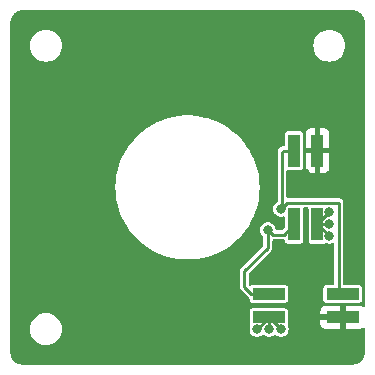
<source format=gbl>
G04 #@! TF.GenerationSoftware,KiCad,Pcbnew,7.0.5.1-1-g8f565ef7f0-dirty-deb11*
G04 #@! TF.CreationDate,2023-06-03T13:04:23+00:00*
G04 #@! TF.ProjectId,pedalboard-led-ring,70656461-6c62-46f6-9172-642d6c65642d,1.0.0*
G04 #@! TF.SameCoordinates,Original*
G04 #@! TF.FileFunction,Copper,L2,Bot*
G04 #@! TF.FilePolarity,Positive*
%FSLAX46Y46*%
G04 Gerber Fmt 4.6, Leading zero omitted, Abs format (unit mm)*
G04 Created by KiCad (PCBNEW 7.0.5.1-1-g8f565ef7f0-dirty-deb11) date 2023-06-03 13:04:23*
%MOMM*%
%LPD*%
G01*
G04 APERTURE LIST*
G04 #@! TA.AperFunction,SMDPad,CuDef*
%ADD10R,1.000000X2.750000*%
G04 #@! TD*
G04 #@! TA.AperFunction,SMDPad,CuDef*
%ADD11R,2.750000X1.000000*%
G04 #@! TD*
G04 #@! TA.AperFunction,ViaPad*
%ADD12C,0.800000*%
G04 #@! TD*
G04 #@! TA.AperFunction,Conductor*
%ADD13C,0.250000*%
G04 #@! TD*
G04 APERTURE END LIST*
D10*
X11000000Y3125000D03*
X11000000Y-3125000D03*
X9000000Y3125000D03*
X9000000Y-3125000D03*
D11*
X13125000Y-11000000D03*
X6875000Y-11000000D03*
X13125000Y-9000000D03*
X6875000Y-9000000D03*
D12*
X6800000Y-3600000D03*
X-6000000Y8000000D03*
X9928203Y1196152D03*
X-9928203Y-1196152D03*
X-3928203Y-9196152D03*
X1196152Y-9928203D03*
X3928203Y9196152D03*
X-8000000Y-6000000D03*
X6400000Y-7700000D03*
X-9196152Y3928203D03*
X8000000Y6000000D03*
X8500000Y-6000000D03*
X-1196152Y9928203D03*
X12000000Y-2100000D03*
X5900000Y-12000000D03*
X12000000Y-3100000D03*
X12000000Y-4100000D03*
X7900000Y-12000000D03*
X6900000Y-12000000D03*
X7910000Y-1820000D03*
D13*
X4800000Y-7100000D02*
X6800000Y-5100000D01*
X9000000Y-3125000D02*
X8125000Y-4000000D01*
X5400000Y-9000000D02*
X4800000Y-8400000D01*
X6875000Y-9000000D02*
X5400000Y-9000000D01*
X4800000Y-8400000D02*
X4800000Y-7100000D01*
X7200000Y-4000000D02*
X6800000Y-3600000D01*
X8125000Y-4000000D02*
X7200000Y-4000000D01*
X6800000Y-5100000D02*
X6800000Y-3600000D01*
X6875000Y-11000000D02*
X6875000Y-11975000D01*
X11000000Y-3125000D02*
X11975000Y-3125000D01*
X11000000Y-3100000D02*
X12000000Y-2100000D01*
X6875000Y-11975000D02*
X6900000Y-12000000D01*
X6900000Y-11000000D02*
X7900000Y-12000000D01*
X6875000Y-11025000D02*
X5900000Y-12000000D01*
X11025000Y-3125000D02*
X12000000Y-4100000D01*
X11975000Y-3125000D02*
X12000000Y-3100000D01*
X8000000Y3000000D02*
X8000000Y-1730000D01*
X12800000Y-1300000D02*
X12800000Y-8675000D01*
X8430000Y-1300000D02*
X12800000Y-1300000D01*
X8000000Y-1730000D02*
X7910000Y-1820000D01*
X9000000Y3125000D02*
X8125000Y3125000D01*
X8125000Y3125000D02*
X8000000Y3000000D01*
X7910000Y-1820000D02*
X8430000Y-1300000D01*
G04 #@! TA.AperFunction,Conductor*
G36*
X14002697Y14999264D02*
G01*
X14045491Y14995520D01*
X14171776Y14983082D01*
X14191685Y14979459D01*
X14257426Y14961844D01*
X14259208Y14961336D01*
X14351570Y14933318D01*
X14367959Y14927048D01*
X14435396Y14895601D01*
X14438375Y14894112D01*
X14475969Y14874018D01*
X14522327Y14849238D01*
X14528667Y14845343D01*
X14594828Y14799017D01*
X14598600Y14796156D01*
X14670808Y14736897D01*
X14675309Y14732818D01*
X14732815Y14675312D01*
X14736895Y14670810D01*
X14796154Y14598602D01*
X14799015Y14594830D01*
X14845341Y14528669D01*
X14849236Y14522329D01*
X14894101Y14438395D01*
X14895613Y14435370D01*
X14927041Y14367973D01*
X14933319Y14351564D01*
X14961303Y14259316D01*
X14961860Y14257364D01*
X14979454Y14191702D01*
X14983082Y14171762D01*
X14995522Y14045448D01*
X14999264Y14002700D01*
X14999500Y13997291D01*
X14999500Y-10001622D01*
X14979815Y-10068661D01*
X14927011Y-10114416D01*
X14857853Y-10124360D01*
X14801189Y-10100889D01*
X14742089Y-10056647D01*
X14742086Y-10056645D01*
X14607379Y-10006403D01*
X14607372Y-10006401D01*
X14547844Y-10000000D01*
X13375000Y-10000000D01*
X13375000Y-12000000D01*
X14547828Y-12000000D01*
X14547844Y-11999999D01*
X14607372Y-11993598D01*
X14607379Y-11993596D01*
X14742086Y-11943354D01*
X14742089Y-11943352D01*
X14801188Y-11899111D01*
X14866652Y-11874693D01*
X14934926Y-11889544D01*
X14984331Y-11938949D01*
X14999500Y-11998377D01*
X14999500Y-13997290D01*
X14999264Y-14002699D01*
X14995522Y-14045446D01*
X14983082Y-14171760D01*
X14979454Y-14191700D01*
X14961860Y-14257362D01*
X14961303Y-14259314D01*
X14933319Y-14351562D01*
X14927041Y-14367971D01*
X14895613Y-14435368D01*
X14894101Y-14438393D01*
X14849236Y-14522327D01*
X14845341Y-14528667D01*
X14799015Y-14594828D01*
X14796154Y-14598600D01*
X14736895Y-14670808D01*
X14732806Y-14675320D01*
X14675320Y-14732806D01*
X14670808Y-14736895D01*
X14598600Y-14796154D01*
X14594828Y-14799015D01*
X14528667Y-14845341D01*
X14522327Y-14849236D01*
X14438393Y-14894101D01*
X14435368Y-14895613D01*
X14367971Y-14927041D01*
X14351562Y-14933319D01*
X14259314Y-14961303D01*
X14257362Y-14961860D01*
X14191700Y-14979454D01*
X14171760Y-14983082D01*
X14045446Y-14995522D01*
X14007251Y-14998865D01*
X14002694Y-14999264D01*
X13997291Y-14999500D01*
X-13997291Y-14999500D01*
X-14002695Y-14999264D01*
X-14007663Y-14998829D01*
X-14045448Y-14995522D01*
X-14171762Y-14983082D01*
X-14191702Y-14979454D01*
X-14257364Y-14961860D01*
X-14259289Y-14961310D01*
X-14296887Y-14949905D01*
X-14351564Y-14933319D01*
X-14367973Y-14927041D01*
X-14435370Y-14895613D01*
X-14438395Y-14894101D01*
X-14522329Y-14849236D01*
X-14528669Y-14845341D01*
X-14594830Y-14799015D01*
X-14598602Y-14796154D01*
X-14670810Y-14736895D01*
X-14675312Y-14732815D01*
X-14732818Y-14675309D01*
X-14736897Y-14670808D01*
X-14796156Y-14598600D01*
X-14799017Y-14594828D01*
X-14845343Y-14528667D01*
X-14849238Y-14522327D01*
X-14874018Y-14475969D01*
X-14894112Y-14438375D01*
X-14895601Y-14435396D01*
X-14927048Y-14367959D01*
X-14933318Y-14351570D01*
X-14961336Y-14259208D01*
X-14961844Y-14257426D01*
X-14979459Y-14191685D01*
X-14983082Y-14171776D01*
X-14995524Y-14045446D01*
X-14999264Y-14002696D01*
X-14999500Y-13997291D01*
X-14999500Y-12000000D01*
X-13355659Y-12000000D01*
X-13335064Y-12235403D01*
X-13335062Y-12235413D01*
X-13273906Y-12463655D01*
X-13273904Y-12463659D01*
X-13273903Y-12463663D01*
X-13223970Y-12570746D01*
X-13174036Y-12677828D01*
X-13174035Y-12677830D01*
X-13038495Y-12871402D01*
X-12871403Y-13038494D01*
X-12677831Y-13174034D01*
X-12677829Y-13174035D01*
X-12463663Y-13273903D01*
X-12235408Y-13335063D01*
X-12058968Y-13350499D01*
X-12058967Y-13350500D01*
X-12058966Y-13350500D01*
X-11941033Y-13350500D01*
X-11941033Y-13350499D01*
X-11764592Y-13335063D01*
X-11536337Y-13273903D01*
X-11322171Y-13174035D01*
X-11128599Y-13038495D01*
X-10961505Y-12871401D01*
X-10825965Y-12677830D01*
X-10726097Y-12463663D01*
X-10664937Y-12235408D01*
X-10644341Y-12000000D01*
X5244722Y-12000000D01*
X5263762Y-12156818D01*
X5293566Y-12235403D01*
X5319780Y-12304523D01*
X5409517Y-12434530D01*
X5527760Y-12539283D01*
X5527762Y-12539284D01*
X5667634Y-12612696D01*
X5821014Y-12650500D01*
X5821015Y-12650500D01*
X5978985Y-12650500D01*
X6132365Y-12612696D01*
X6272237Y-12539285D01*
X6272238Y-12539283D01*
X6272240Y-12539283D01*
X6317774Y-12498943D01*
X6381006Y-12469223D01*
X6450270Y-12478407D01*
X6482224Y-12498942D01*
X6516890Y-12529653D01*
X6527762Y-12539285D01*
X6667634Y-12612696D01*
X6821014Y-12650500D01*
X6821015Y-12650500D01*
X6978985Y-12650500D01*
X7132365Y-12612696D01*
X7272237Y-12539285D01*
X7272238Y-12539283D01*
X7272240Y-12539283D01*
X7317774Y-12498943D01*
X7381006Y-12469223D01*
X7450270Y-12478407D01*
X7482224Y-12498942D01*
X7516890Y-12529653D01*
X7527762Y-12539285D01*
X7667634Y-12612696D01*
X7821014Y-12650500D01*
X7821015Y-12650500D01*
X7978985Y-12650500D01*
X8132365Y-12612696D01*
X8132364Y-12612695D01*
X8272240Y-12539283D01*
X8390483Y-12434530D01*
X8480220Y-12304523D01*
X8536237Y-12156818D01*
X8555278Y-12000000D01*
X8554500Y-11993596D01*
X8536237Y-11843182D01*
X8506433Y-11764596D01*
X8481055Y-11697680D01*
X8475689Y-11628020D01*
X8482438Y-11606256D01*
X8485963Y-11597744D01*
X8485966Y-11597740D01*
X8500500Y-11524674D01*
X8500500Y-11250000D01*
X11250000Y-11250000D01*
X11250000Y-11547844D01*
X11256401Y-11607372D01*
X11256403Y-11607379D01*
X11306645Y-11742086D01*
X11306649Y-11742093D01*
X11392809Y-11857187D01*
X11392812Y-11857190D01*
X11507906Y-11943350D01*
X11507913Y-11943354D01*
X11642620Y-11993596D01*
X11642627Y-11993598D01*
X11702155Y-11999999D01*
X11702172Y-12000000D01*
X12875000Y-12000000D01*
X12875000Y-11250000D01*
X11250000Y-11250000D01*
X8500500Y-11250000D01*
X8500500Y-10750000D01*
X11250000Y-10750000D01*
X12875000Y-10750000D01*
X12875000Y-10000000D01*
X11702155Y-10000000D01*
X11642627Y-10006401D01*
X11642620Y-10006403D01*
X11507913Y-10056645D01*
X11507906Y-10056649D01*
X11392812Y-10142809D01*
X11392809Y-10142812D01*
X11306649Y-10257906D01*
X11306645Y-10257913D01*
X11256403Y-10392620D01*
X11256401Y-10392627D01*
X11250000Y-10452155D01*
X11250000Y-10750000D01*
X8500500Y-10750000D01*
X8500500Y-10475326D01*
X8500500Y-10475323D01*
X8500499Y-10475321D01*
X8485967Y-10402264D01*
X8485966Y-10402260D01*
X8485965Y-10402259D01*
X8430601Y-10319399D01*
X8347740Y-10264034D01*
X8347739Y-10264033D01*
X8347735Y-10264032D01*
X8274677Y-10249500D01*
X8274674Y-10249500D01*
X5475326Y-10249500D01*
X5475323Y-10249500D01*
X5402264Y-10264032D01*
X5402260Y-10264033D01*
X5319399Y-10319399D01*
X5264033Y-10402260D01*
X5264032Y-10402264D01*
X5249500Y-10475321D01*
X5249500Y-11524678D01*
X5264032Y-11597735D01*
X5264033Y-11597739D01*
X5287746Y-11633228D01*
X5308623Y-11699906D01*
X5300585Y-11746089D01*
X5263763Y-11843181D01*
X5244722Y-11999999D01*
X5244722Y-12000000D01*
X-10644341Y-12000000D01*
X-10664937Y-11764592D01*
X-10726097Y-11536337D01*
X-10825965Y-11322171D01*
X-10825966Y-11322169D01*
X-10961506Y-11128597D01*
X-11128598Y-10961505D01*
X-11322170Y-10825965D01*
X-11322172Y-10825964D01*
X-11429254Y-10776030D01*
X-11536337Y-10726097D01*
X-11536341Y-10726096D01*
X-11536345Y-10726094D01*
X-11764587Y-10664938D01*
X-11764597Y-10664936D01*
X-11941033Y-10649500D01*
X-11941034Y-10649500D01*
X-12058966Y-10649500D01*
X-12058967Y-10649500D01*
X-12235404Y-10664936D01*
X-12235414Y-10664938D01*
X-12463656Y-10726094D01*
X-12463665Y-10726098D01*
X-12677829Y-10825964D01*
X-12677831Y-10825965D01*
X-12871403Y-10961505D01*
X-13038494Y-11128597D01*
X-13038499Y-11128604D01*
X-13174033Y-11322165D01*
X-13174035Y-11322169D01*
X-13273902Y-11536335D01*
X-13273906Y-11536344D01*
X-13335062Y-11764586D01*
X-13335064Y-11764596D01*
X-13355659Y-11999999D01*
X-13355659Y-12000000D01*
X-14999500Y-12000000D01*
X-14999500Y-8384271D01*
X4419633Y-8384271D01*
X4424023Y-8419491D01*
X4424500Y-8427167D01*
X4424500Y-8431116D01*
X4428129Y-8452865D01*
X4428498Y-8455399D01*
X4435134Y-8508626D01*
X4437373Y-8516147D01*
X4439935Y-8523611D01*
X4452677Y-8547157D01*
X4465447Y-8570754D01*
X4466609Y-8573011D01*
X4490172Y-8621208D01*
X4494742Y-8627609D01*
X4499581Y-8633826D01*
X4539053Y-8670163D01*
X4540874Y-8671911D01*
X5097849Y-9228886D01*
X5113977Y-9248745D01*
X5119916Y-9257836D01*
X5147932Y-9279641D01*
X5153693Y-9284730D01*
X5156482Y-9287519D01*
X5174432Y-9300335D01*
X5176488Y-9301867D01*
X5201663Y-9321462D01*
X5242476Y-9378173D01*
X5249500Y-9419315D01*
X5249500Y-9524678D01*
X5264032Y-9597735D01*
X5264033Y-9597739D01*
X5264034Y-9597740D01*
X5319399Y-9680601D01*
X5402260Y-9735966D01*
X5402264Y-9735967D01*
X5475321Y-9750499D01*
X5475324Y-9750500D01*
X5475326Y-9750500D01*
X8274676Y-9750500D01*
X8274677Y-9750499D01*
X8347740Y-9735966D01*
X8430601Y-9680601D01*
X8485966Y-9597740D01*
X8500500Y-9524674D01*
X8500500Y-8475326D01*
X8500500Y-8475325D01*
X8500500Y-8475323D01*
X8500499Y-8475321D01*
X8485967Y-8402264D01*
X8485966Y-8402260D01*
X8466843Y-8373640D01*
X8430601Y-8319399D01*
X8347740Y-8264034D01*
X8347739Y-8264033D01*
X8347735Y-8264032D01*
X8274677Y-8249500D01*
X8274674Y-8249500D01*
X5475326Y-8249500D01*
X5475323Y-8249500D01*
X5402264Y-8264032D01*
X5402258Y-8264034D01*
X5368388Y-8286665D01*
X5301710Y-8307541D01*
X5234331Y-8289055D01*
X5187642Y-8237075D01*
X5175500Y-8183561D01*
X5175500Y-8125500D01*
X5175500Y-7306894D01*
X5195183Y-7239859D01*
X5211809Y-7219227D01*
X7028889Y-5402146D01*
X7048746Y-5386022D01*
X7057836Y-5380084D01*
X7079638Y-5352071D01*
X7084733Y-5346303D01*
X7087519Y-5343518D01*
X7100372Y-5325514D01*
X7101843Y-5323541D01*
X7134809Y-5281189D01*
X7134810Y-5281183D01*
X7138547Y-5274280D01*
X7142006Y-5267203D01*
X7142010Y-5267199D01*
X7157319Y-5215772D01*
X7158073Y-5213419D01*
X7175500Y-5162660D01*
X7175500Y-5162656D01*
X7176790Y-5154924D01*
X7177768Y-5147085D01*
X7175553Y-5093527D01*
X7175500Y-5090964D01*
X7175500Y-4499500D01*
X7195185Y-4432461D01*
X7247989Y-4386706D01*
X7299500Y-4375500D01*
X8073196Y-4375500D01*
X8098641Y-4378139D01*
X8101724Y-4378785D01*
X8109268Y-4380367D01*
X8110157Y-4380256D01*
X8111371Y-4380453D01*
X8119538Y-4380792D01*
X8119497Y-4381778D01*
X8179117Y-4391494D01*
X8231054Y-4438231D01*
X8249500Y-4503303D01*
X8249500Y-4524678D01*
X8264032Y-4597735D01*
X8264033Y-4597739D01*
X8264034Y-4597740D01*
X8319399Y-4680601D01*
X8392303Y-4729313D01*
X8402260Y-4735966D01*
X8402264Y-4735967D01*
X8475321Y-4750499D01*
X8475324Y-4750500D01*
X8475326Y-4750500D01*
X9524676Y-4750500D01*
X9524677Y-4750499D01*
X9597740Y-4735966D01*
X9680601Y-4680601D01*
X9735966Y-4597740D01*
X9750500Y-4524674D01*
X9750500Y-1799500D01*
X9770185Y-1732461D01*
X9822989Y-1686706D01*
X9874500Y-1675500D01*
X10125500Y-1675500D01*
X10192539Y-1695185D01*
X10238294Y-1747989D01*
X10249500Y-1799500D01*
X10249500Y-4524678D01*
X10264032Y-4597735D01*
X10264033Y-4597739D01*
X10264034Y-4597740D01*
X10319399Y-4680601D01*
X10392303Y-4729313D01*
X10402260Y-4735966D01*
X10402264Y-4735967D01*
X10475321Y-4750499D01*
X10475324Y-4750500D01*
X10475326Y-4750500D01*
X11524676Y-4750500D01*
X11524677Y-4750499D01*
X11597740Y-4735966D01*
X11630719Y-4713930D01*
X11697394Y-4693053D01*
X11757234Y-4707237D01*
X11767635Y-4712696D01*
X11862043Y-4735965D01*
X11921014Y-4750500D01*
X11921015Y-4750500D01*
X12078985Y-4750500D01*
X12232365Y-4712696D01*
X12242872Y-4707181D01*
X12311377Y-4693454D01*
X12376431Y-4718943D01*
X12417378Y-4775557D01*
X12424500Y-4816976D01*
X12424500Y-8125500D01*
X12404815Y-8192539D01*
X12352011Y-8238294D01*
X12300500Y-8249500D01*
X11725323Y-8249500D01*
X11652264Y-8264032D01*
X11652260Y-8264033D01*
X11569399Y-8319399D01*
X11514033Y-8402260D01*
X11514032Y-8402264D01*
X11499500Y-8475321D01*
X11499500Y-9524678D01*
X11514032Y-9597735D01*
X11514033Y-9597739D01*
X11514034Y-9597740D01*
X11569399Y-9680601D01*
X11652259Y-9735966D01*
X11652260Y-9735966D01*
X11652264Y-9735967D01*
X11725321Y-9750499D01*
X11725324Y-9750500D01*
X11725326Y-9750500D01*
X14524676Y-9750500D01*
X14524677Y-9750499D01*
X14597740Y-9735966D01*
X14680601Y-9680601D01*
X14735966Y-9597740D01*
X14750500Y-9524674D01*
X14750500Y-8475326D01*
X14750500Y-8475325D01*
X14750500Y-8475323D01*
X14750499Y-8475321D01*
X14735967Y-8402264D01*
X14735966Y-8402260D01*
X14716843Y-8373640D01*
X14680601Y-8319399D01*
X14597740Y-8264034D01*
X14597739Y-8264033D01*
X14597735Y-8264032D01*
X14524677Y-8249500D01*
X14524674Y-8249500D01*
X13299500Y-8249500D01*
X13232461Y-8229815D01*
X13186706Y-8177011D01*
X13175500Y-8125500D01*
X13175500Y-1318090D01*
X13175712Y-1312968D01*
X13179392Y-1268563D01*
X13168449Y-1225352D01*
X13167401Y-1220357D01*
X13160065Y-1176390D01*
X13159874Y-1176038D01*
X13148726Y-1147463D01*
X13148628Y-1147079D01*
X13148628Y-1147078D01*
X13124252Y-1109768D01*
X13121627Y-1105364D01*
X13100419Y-1066174D01*
X13100129Y-1065907D01*
X13080297Y-1042491D01*
X13080084Y-1042164D01*
X13080082Y-1042162D01*
X13044913Y-1014789D01*
X13041006Y-1011480D01*
X13030215Y-1001546D01*
X13008217Y-981294D01*
X13007848Y-981133D01*
X12981505Y-965437D01*
X12981189Y-965191D01*
X12939038Y-950720D01*
X12934263Y-948857D01*
X12893458Y-930958D01*
X12893446Y-930955D01*
X12893044Y-930922D01*
X12863042Y-924631D01*
X12862660Y-924500D01*
X12818091Y-924500D01*
X12812976Y-924288D01*
X12803881Y-923534D01*
X12768565Y-920607D01*
X12768373Y-920655D01*
X12768174Y-920706D01*
X12737737Y-924500D01*
X8499500Y-924500D01*
X8432461Y-904815D01*
X8386706Y-852011D01*
X8375500Y-800500D01*
X8375500Y1375500D01*
X8395185Y1442539D01*
X8447989Y1488294D01*
X8499500Y1499500D01*
X9524676Y1499500D01*
X9524677Y1499501D01*
X9597740Y1514034D01*
X9680601Y1569399D01*
X9735966Y1652260D01*
X9750500Y1725326D01*
X9750500Y2875000D01*
X10000000Y2875000D01*
X10000000Y1702156D01*
X10006401Y1642628D01*
X10006403Y1642621D01*
X10056645Y1507914D01*
X10056649Y1507907D01*
X10142809Y1392813D01*
X10142812Y1392810D01*
X10257906Y1306650D01*
X10257913Y1306646D01*
X10392620Y1256404D01*
X10392627Y1256402D01*
X10452155Y1250001D01*
X10452172Y1250000D01*
X10750000Y1250000D01*
X10750000Y2875000D01*
X11250000Y2875000D01*
X11250000Y1250000D01*
X11547828Y1250000D01*
X11547844Y1250001D01*
X11607372Y1256402D01*
X11607379Y1256404D01*
X11742086Y1306646D01*
X11742093Y1306650D01*
X11857187Y1392810D01*
X11857190Y1392813D01*
X11943350Y1507907D01*
X11943354Y1507914D01*
X11993596Y1642621D01*
X11993598Y1642628D01*
X11999999Y1702156D01*
X12000000Y1702173D01*
X12000000Y2875000D01*
X11250000Y2875000D01*
X10750000Y2875000D01*
X10000000Y2875000D01*
X9750500Y2875000D01*
X9750500Y3375000D01*
X10000000Y3375000D01*
X10750000Y3375000D01*
X10750000Y5000000D01*
X11250000Y5000000D01*
X11250000Y3375000D01*
X12000000Y3375000D01*
X12000000Y4547828D01*
X11999999Y4547845D01*
X11993598Y4607373D01*
X11993596Y4607380D01*
X11943354Y4742087D01*
X11943350Y4742094D01*
X11857190Y4857188D01*
X11857187Y4857191D01*
X11742093Y4943351D01*
X11742086Y4943355D01*
X11607379Y4993597D01*
X11607372Y4993599D01*
X11547844Y5000000D01*
X11250000Y5000000D01*
X10750000Y5000000D01*
X10452155Y5000000D01*
X10392627Y4993599D01*
X10392620Y4993597D01*
X10257913Y4943355D01*
X10257906Y4943351D01*
X10142812Y4857191D01*
X10142809Y4857188D01*
X10056649Y4742094D01*
X10056645Y4742087D01*
X10006403Y4607380D01*
X10006401Y4607373D01*
X10000000Y4547845D01*
X10000000Y3375000D01*
X9750500Y3375000D01*
X9750500Y4524674D01*
X9750500Y4524677D01*
X9750499Y4524679D01*
X9735967Y4597736D01*
X9735966Y4597740D01*
X9735965Y4597741D01*
X9680601Y4680601D01*
X9597740Y4735966D01*
X9597739Y4735967D01*
X9597735Y4735968D01*
X9524677Y4750500D01*
X9524674Y4750500D01*
X8475326Y4750500D01*
X8475323Y4750500D01*
X8402264Y4735968D01*
X8402260Y4735967D01*
X8319399Y4680601D01*
X8264033Y4597740D01*
X8264032Y4597736D01*
X8249500Y4524679D01*
X8249500Y3628429D01*
X8229815Y3561390D01*
X8177011Y3515635D01*
X8140840Y3505382D01*
X8105509Y3500977D01*
X8097831Y3500500D01*
X8093886Y3500500D01*
X8072126Y3496870D01*
X8069603Y3496502D01*
X8016371Y3489866D01*
X8008857Y3487629D01*
X8001387Y3485065D01*
X7954246Y3459553D01*
X7951970Y3458382D01*
X7903792Y3434829D01*
X7897382Y3430252D01*
X7891175Y3425420D01*
X7854865Y3385980D01*
X7853093Y3384132D01*
X7771108Y3302148D01*
X7751254Y3286024D01*
X7742165Y3280086D01*
X7742164Y3280085D01*
X7720363Y3252077D01*
X7715286Y3246326D01*
X7712484Y3243523D01*
X7712474Y3243511D01*
X7699658Y3225561D01*
X7698127Y3223508D01*
X7665192Y3181192D01*
X7661447Y3174271D01*
X7657988Y3167196D01*
X7642692Y3115818D01*
X7641911Y3113379D01*
X7624500Y3062662D01*
X7623206Y3054908D01*
X7622231Y3047089D01*
X7624447Y2993528D01*
X7624500Y2990966D01*
X7624500Y-1160231D01*
X7604815Y-1227270D01*
X7558129Y-1270026D01*
X7537760Y-1280716D01*
X7537760Y-1280717D01*
X7419516Y-1385471D01*
X7329781Y-1515475D01*
X7329780Y-1515476D01*
X7273762Y-1663181D01*
X7254722Y-1819999D01*
X7254722Y-1820000D01*
X7273762Y-1976818D01*
X7329779Y-2124523D01*
X7329780Y-2124523D01*
X7419517Y-2254530D01*
X7537760Y-2359283D01*
X7537762Y-2359284D01*
X7677634Y-2432696D01*
X7831014Y-2470500D01*
X7831015Y-2470500D01*
X7988985Y-2470500D01*
X8095827Y-2444166D01*
X8165627Y-2447235D01*
X8222689Y-2487555D01*
X8248895Y-2552324D01*
X8249500Y-2564563D01*
X8249500Y-3293100D01*
X8229815Y-3360139D01*
X8213181Y-3380781D01*
X8005781Y-3588181D01*
X7944458Y-3621666D01*
X7918100Y-3624500D01*
X7568107Y-3624500D01*
X7501068Y-3604815D01*
X7455313Y-3552011D01*
X7445011Y-3515446D01*
X7436237Y-3443182D01*
X7380220Y-3295477D01*
X7290483Y-3165470D01*
X7172240Y-3060717D01*
X7172238Y-3060716D01*
X7172237Y-3060715D01*
X7032365Y-2987303D01*
X6878986Y-2949500D01*
X6878985Y-2949500D01*
X6721015Y-2949500D01*
X6721014Y-2949500D01*
X6567634Y-2987303D01*
X6427762Y-3060715D01*
X6309516Y-3165471D01*
X6219781Y-3295475D01*
X6219780Y-3295476D01*
X6163762Y-3443181D01*
X6144722Y-3599999D01*
X6144722Y-3600000D01*
X6163762Y-3756818D01*
X6219780Y-3904523D01*
X6219781Y-3904524D01*
X6309517Y-4034531D01*
X6382726Y-4099386D01*
X6419853Y-4158574D01*
X6424500Y-4192202D01*
X6424500Y-4893099D01*
X6404815Y-4960138D01*
X6388181Y-4980780D01*
X4571108Y-6797852D01*
X4551254Y-6813976D01*
X4542165Y-6819914D01*
X4542164Y-6819915D01*
X4520363Y-6847923D01*
X4515286Y-6853674D01*
X4512484Y-6856477D01*
X4512474Y-6856489D01*
X4499658Y-6874439D01*
X4498127Y-6876492D01*
X4465192Y-6918808D01*
X4461447Y-6925729D01*
X4457988Y-6932804D01*
X4442692Y-6984182D01*
X4441911Y-6986621D01*
X4424500Y-7037338D01*
X4423206Y-7045092D01*
X4422231Y-7052911D01*
X4424447Y-7106472D01*
X4424500Y-7109034D01*
X4424500Y-8348196D01*
X4421862Y-8373634D01*
X4419633Y-8384268D01*
X4419633Y-8384269D01*
X4419633Y-8384271D01*
X-14999500Y-8384271D01*
X-14999500Y-10D01*
X-6105452Y-10D01*
X-6085656Y-491268D01*
X-6085654Y-491284D01*
X-6026388Y-979388D01*
X-5928038Y-1461136D01*
X-5791243Y-1933407D01*
X-5616886Y-2393143D01*
X-5406106Y-2837351D01*
X-5160266Y-3263158D01*
X-5160261Y-3263164D01*
X-5137957Y-3295477D01*
X-4922919Y-3607014D01*
X-4880951Y-3667814D01*
X-4570009Y-4048649D01*
X-4570000Y-4048659D01*
X-4569996Y-4048664D01*
X-4250035Y-4381778D01*
X-4229393Y-4403269D01*
X-4229388Y-4403274D01*
X-3861370Y-4729310D01*
X-3744707Y-4816976D01*
X-3468292Y-5024688D01*
X-3052726Y-5287477D01*
X-3052723Y-5287479D01*
X-3052719Y-5287481D01*
X-2903314Y-5365894D01*
X-2617362Y-5515973D01*
X-2165023Y-5708697D01*
X-1698643Y-5864397D01*
X-1221247Y-5982065D01*
X-1221233Y-5982067D01*
X-1221226Y-5982069D01*
X-772285Y-6055028D01*
X-735931Y-6060936D01*
X-245842Y-6100500D01*
X-245832Y-6100500D01*
X245832Y-6100500D01*
X245842Y-6100500D01*
X735931Y-6060936D01*
X884532Y-6036786D01*
X1221225Y-5982069D01*
X1221229Y-5982067D01*
X1221247Y-5982065D01*
X1698643Y-5864397D01*
X2165023Y-5708697D01*
X2617362Y-5515973D01*
X3052726Y-5287477D01*
X3468292Y-5024688D01*
X3861365Y-4729313D01*
X3861364Y-4729313D01*
X3861369Y-4729310D01*
X4229387Y-4403274D01*
X4229386Y-4403274D01*
X4229395Y-4403267D01*
X4569996Y-4048664D01*
X4880959Y-3667803D01*
X5160267Y-3263155D01*
X5406109Y-2837345D01*
X5616890Y-2393133D01*
X5791244Y-1933401D01*
X5928039Y-1461130D01*
X6026388Y-979383D01*
X6085654Y-491285D01*
X6085655Y-491268D01*
X6105452Y-10D01*
X6105452Y11D01*
X6085655Y491269D01*
X6085654Y491274D01*
X6085654Y491285D01*
X6026388Y979383D01*
X5928039Y1461130D01*
X5896679Y1569399D01*
X5791242Y1933408D01*
X5714261Y2136387D01*
X5616890Y2393133D01*
X5406109Y2837345D01*
X5276022Y3062662D01*
X5160265Y3263159D01*
X5160260Y3263165D01*
X5144482Y3286024D01*
X4880959Y3667803D01*
X4880954Y3667809D01*
X4880950Y3667815D01*
X4570008Y4048650D01*
X4569992Y4048668D01*
X4229392Y4403270D01*
X4229387Y4403275D01*
X3861369Y4729311D01*
X3664828Y4877001D01*
X3468292Y5024688D01*
X3052726Y5287477D01*
X3052725Y5287478D01*
X3052718Y5287482D01*
X2617356Y5515976D01*
X2439815Y5591619D01*
X2165023Y5708697D01*
X2165015Y5708700D01*
X2165012Y5708701D01*
X1934540Y5785644D01*
X1698643Y5864397D01*
X1698639Y5864398D01*
X1698632Y5864400D01*
X1515704Y5909488D01*
X1221247Y5982065D01*
X1221241Y5982066D01*
X1221237Y5982067D01*
X1221225Y5982070D01*
X735936Y6060936D01*
X245851Y6100500D01*
X245842Y6100500D01*
X-245842Y6100500D01*
X-245852Y6100500D01*
X-735937Y6060936D01*
X-1221226Y5982070D01*
X-1221238Y5982067D01*
X-1221245Y5982066D01*
X-1221247Y5982065D01*
X-1244908Y5976233D01*
X-1698633Y5864400D01*
X-1698640Y5864398D01*
X-2165013Y5708701D01*
X-2165021Y5708698D01*
X-2165023Y5708697D01*
X-2269309Y5664266D01*
X-2617357Y5515976D01*
X-3052719Y5287482D01*
X-3468287Y5024692D01*
X-3468289Y5024690D01*
X-3861370Y4729311D01*
X-4229388Y4403275D01*
X-4229393Y4403270D01*
X-4569993Y4048668D01*
X-4570009Y4048650D01*
X-4880951Y3667815D01*
X-5160261Y3263165D01*
X-5160266Y3263159D01*
X-5406106Y2837352D01*
X-5616886Y2393144D01*
X-5791243Y1933408D01*
X-5928038Y1461137D01*
X-6026388Y979389D01*
X-6085654Y491285D01*
X-6085656Y491269D01*
X-6105452Y11D01*
X-6105452Y-10D01*
X-14999500Y-10D01*
X-14999500Y12000000D01*
X-13355659Y12000000D01*
X-13335064Y11764597D01*
X-13335062Y11764587D01*
X-13273906Y11536345D01*
X-13273904Y11536341D01*
X-13273903Y11536337D01*
X-13223970Y11429254D01*
X-13174036Y11322172D01*
X-13174035Y11322170D01*
X-13038495Y11128598D01*
X-12871403Y10961506D01*
X-12677831Y10825966D01*
X-12677829Y10825965D01*
X-12463663Y10726097D01*
X-12235408Y10664937D01*
X-12058968Y10649501D01*
X-12058967Y10649500D01*
X-12058966Y10649500D01*
X-11941033Y10649500D01*
X-11941033Y10649501D01*
X-11764592Y10664937D01*
X-11536337Y10726097D01*
X-11322171Y10825965D01*
X-11128599Y10961505D01*
X-10961505Y11128599D01*
X-10825965Y11322170D01*
X-10726097Y11536337D01*
X-10664937Y11764592D01*
X-10644341Y12000000D01*
X10644341Y12000000D01*
X10664936Y11764597D01*
X10664938Y11764587D01*
X10726094Y11536345D01*
X10726096Y11536341D01*
X10726097Y11536337D01*
X10776031Y11429255D01*
X10825964Y11322172D01*
X10825965Y11322170D01*
X10961505Y11128598D01*
X11128597Y10961506D01*
X11322169Y10825966D01*
X11322171Y10825965D01*
X11536337Y10726097D01*
X11764592Y10664937D01*
X11941032Y10649501D01*
X11941033Y10649500D01*
X11941034Y10649500D01*
X12058967Y10649500D01*
X12058967Y10649501D01*
X12235408Y10664937D01*
X12463663Y10726097D01*
X12677829Y10825965D01*
X12871401Y10961505D01*
X13038495Y11128599D01*
X13174035Y11322170D01*
X13273903Y11536337D01*
X13335063Y11764592D01*
X13355659Y12000000D01*
X13335063Y12235408D01*
X13273903Y12463663D01*
X13174035Y12677829D01*
X13174034Y12677831D01*
X13038494Y12871403D01*
X12871402Y13038495D01*
X12677830Y13174035D01*
X12677828Y13174036D01*
X12570746Y13223969D01*
X12463663Y13273903D01*
X12463659Y13273904D01*
X12463655Y13273906D01*
X12235413Y13335062D01*
X12235403Y13335064D01*
X12058967Y13350500D01*
X12058966Y13350500D01*
X11941034Y13350500D01*
X11941033Y13350500D01*
X11764596Y13335064D01*
X11764586Y13335062D01*
X11536344Y13273906D01*
X11536335Y13273902D01*
X11322171Y13174036D01*
X11322169Y13174035D01*
X11128597Y13038495D01*
X10961506Y12871403D01*
X10961501Y12871396D01*
X10825967Y12677835D01*
X10825965Y12677831D01*
X10726098Y12463665D01*
X10726094Y12463656D01*
X10664938Y12235414D01*
X10664936Y12235404D01*
X10644341Y12000001D01*
X10644341Y12000000D01*
X-10644341Y12000000D01*
X-10664937Y12235408D01*
X-10726097Y12463663D01*
X-10825965Y12677829D01*
X-10825966Y12677831D01*
X-10961506Y12871403D01*
X-11128598Y13038495D01*
X-11322170Y13174035D01*
X-11322172Y13174036D01*
X-11429255Y13223969D01*
X-11536337Y13273903D01*
X-11536341Y13273904D01*
X-11536345Y13273906D01*
X-11764587Y13335062D01*
X-11764597Y13335064D01*
X-11941033Y13350500D01*
X-11941034Y13350500D01*
X-12058966Y13350500D01*
X-12058967Y13350500D01*
X-12235404Y13335064D01*
X-12235414Y13335062D01*
X-12463656Y13273906D01*
X-12463665Y13273902D01*
X-12677829Y13174036D01*
X-12677831Y13174035D01*
X-12871403Y13038495D01*
X-13038494Y12871403D01*
X-13038499Y12871396D01*
X-13174033Y12677835D01*
X-13174035Y12677831D01*
X-13273902Y12463665D01*
X-13273906Y12463656D01*
X-13335062Y12235414D01*
X-13335064Y12235404D01*
X-13355659Y12000001D01*
X-13355659Y12000000D01*
X-14999500Y12000000D01*
X-14999500Y13997296D01*
X-14999264Y14002701D01*
X-14995523Y14045468D01*
X-14983082Y14171779D01*
X-14979459Y14191686D01*
X-14961835Y14257460D01*
X-14961345Y14259178D01*
X-14933315Y14351581D01*
X-14927052Y14367951D01*
X-14895587Y14435427D01*
X-14894128Y14438347D01*
X-14849236Y14522334D01*
X-14845343Y14528669D01*
X-14812163Y14576055D01*
X-14799006Y14594845D01*
X-14796173Y14598580D01*
X-14736878Y14670832D01*
X-14732838Y14675290D01*
X-14675290Y14732838D01*
X-14670832Y14736878D01*
X-14598580Y14796173D01*
X-14594845Y14799006D01*
X-14528666Y14845346D01*
X-14522334Y14849236D01*
X-14438347Y14894128D01*
X-14435427Y14895587D01*
X-14367951Y14927052D01*
X-14351581Y14933315D01*
X-14259178Y14961345D01*
X-14257460Y14961835D01*
X-14191682Y14979460D01*
X-14171779Y14983082D01*
X-14058188Y14994269D01*
X-14045432Y14995526D01*
X-14002695Y14999265D01*
X-13997294Y14999500D01*
X13997292Y14999500D01*
X14002697Y14999264D01*
G37*
G04 #@! TD.AperFunction*
M02*

</source>
